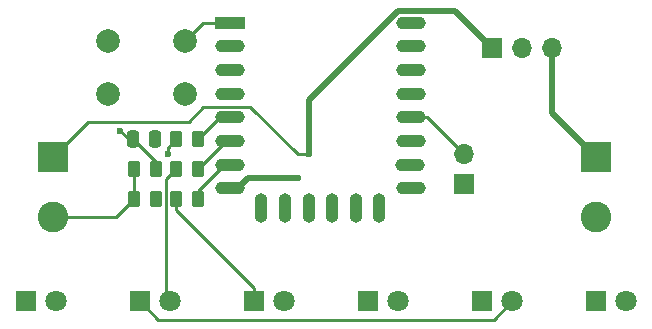
<source format=gbr>
%TF.GenerationSoftware,KiCad,Pcbnew,8.0.1*%
%TF.CreationDate,2024-06-21T13:32:41-03:00*%
%TF.ProjectId,bycicle-speedometer-v2,62796369-636c-4652-9d73-706565646f6d,rev?*%
%TF.SameCoordinates,Original*%
%TF.FileFunction,Copper,L1,Top*%
%TF.FilePolarity,Positive*%
%FSLAX46Y46*%
G04 Gerber Fmt 4.6, Leading zero omitted, Abs format (unit mm)*
G04 Created by KiCad (PCBNEW 8.0.1) date 2024-06-21 13:32:41*
%MOMM*%
%LPD*%
G01*
G04 APERTURE LIST*
G04 Aperture macros list*
%AMRoundRect*
0 Rectangle with rounded corners*
0 $1 Rounding radius*
0 $2 $3 $4 $5 $6 $7 $8 $9 X,Y pos of 4 corners*
0 Add a 4 corners polygon primitive as box body*
4,1,4,$2,$3,$4,$5,$6,$7,$8,$9,$2,$3,0*
0 Add four circle primitives for the rounded corners*
1,1,$1+$1,$2,$3*
1,1,$1+$1,$4,$5*
1,1,$1+$1,$6,$7*
1,1,$1+$1,$8,$9*
0 Add four rect primitives between the rounded corners*
20,1,$1+$1,$2,$3,$4,$5,0*
20,1,$1+$1,$4,$5,$6,$7,0*
20,1,$1+$1,$6,$7,$8,$9,0*
20,1,$1+$1,$8,$9,$2,$3,0*%
G04 Aperture macros list end*
%TA.AperFunction,ComponentPad*%
%ADD10R,1.800000X1.800000*%
%TD*%
%TA.AperFunction,ComponentPad*%
%ADD11C,1.800000*%
%TD*%
%TA.AperFunction,SMDPad,CuDef*%
%ADD12RoundRect,0.250000X0.262500X0.450000X-0.262500X0.450000X-0.262500X-0.450000X0.262500X-0.450000X0*%
%TD*%
%TA.AperFunction,ComponentPad*%
%ADD13C,2.000000*%
%TD*%
%TA.AperFunction,ComponentPad*%
%ADD14R,2.600000X2.600000*%
%TD*%
%TA.AperFunction,ComponentPad*%
%ADD15C,2.600000*%
%TD*%
%TA.AperFunction,ComponentPad*%
%ADD16R,1.700000X1.700000*%
%TD*%
%TA.AperFunction,ComponentPad*%
%ADD17O,1.700000X1.700000*%
%TD*%
%TA.AperFunction,ComponentPad*%
%ADD18R,2.500000X1.100000*%
%TD*%
%TA.AperFunction,ComponentPad*%
%ADD19O,2.500000X1.100000*%
%TD*%
%TA.AperFunction,ComponentPad*%
%ADD20O,1.100000X2.500000*%
%TD*%
%TA.AperFunction,SMDPad,CuDef*%
%ADD21RoundRect,0.250000X-0.262500X-0.450000X0.262500X-0.450000X0.262500X0.450000X-0.262500X0.450000X0*%
%TD*%
%TA.AperFunction,SMDPad,CuDef*%
%ADD22RoundRect,0.250000X-0.250000X-0.475000X0.250000X-0.475000X0.250000X0.475000X-0.250000X0.475000X0*%
%TD*%
%TA.AperFunction,ViaPad*%
%ADD23C,0.600000*%
%TD*%
%TA.AperFunction,Conductor*%
%ADD24C,0.254000*%
%TD*%
%TA.AperFunction,Conductor*%
%ADD25C,0.508000*%
%TD*%
G04 APERTURE END LIST*
D10*
%TO.P,D3,1,K*%
%TO.N,Net-(D3-K)*%
X179324000Y-92456000D03*
D11*
%TO.P,D3,2,A*%
%TO.N,Net-(D1-K)*%
X181864000Y-92456000D03*
%TD*%
D12*
%TO.P,R7,1*%
%TO.N,led_a*%
X174545000Y-78740000D03*
%TO.P,R7,2*%
%TO.N,Net-(D1-A)*%
X172720000Y-78740000D03*
%TD*%
D10*
%TO.P,D4,1,K*%
%TO.N,Net-(D1-K)*%
X188976000Y-92456000D03*
D11*
%TO.P,D4,2,A*%
%TO.N,Net-(D3-K)*%
X191516000Y-92456000D03*
%TD*%
D13*
%TO.P,SW1,1,1*%
%TO.N,GND*%
X173430000Y-74894000D03*
X166930000Y-74894000D03*
%TO.P,SW1,2,2*%
%TO.N,Net-(U1-REST)*%
X173430000Y-70394000D03*
X166930000Y-70394000D03*
%TD*%
D14*
%TO.P,J1,1,Pin_1*%
%TO.N,VCC*%
X208280000Y-80264000D03*
D15*
%TO.P,J1,2,Pin_2*%
%TO.N,GND*%
X208280000Y-85344000D03*
%TD*%
D16*
%TO.P,J4,1,Pin_1*%
%TO.N,3V3*%
X199460000Y-71000000D03*
D17*
%TO.P,J4,2,Pin_2*%
%TO.N,GND*%
X202000000Y-71000000D03*
%TO.P,J4,3,Pin_3*%
%TO.N,VCC*%
X204540000Y-71000000D03*
%TD*%
D18*
%TO.P,U1,1,REST*%
%TO.N,Net-(U1-REST)*%
X177238500Y-68872000D03*
D19*
%TO.P,U1,2,ADC*%
%TO.N,unconnected-(U1-ADC-Pad2)*%
X177238500Y-70872000D03*
%TO.P,U1,3,CH_PD*%
%TO.N,Net-(U1-CH_PD)*%
X177238500Y-72872000D03*
%TO.P,U1,4,GPIO16*%
%TO.N,Sensor*%
X177238500Y-74872000D03*
%TO.P,U1,5,GPIO14*%
%TO.N,led_a*%
X177238500Y-76872000D03*
%TO.P,U1,6,GPIO12*%
%TO.N,led_b*%
X177238500Y-78872000D03*
%TO.P,U1,7,GPIO13*%
%TO.N,led_c*%
X177238500Y-80872000D03*
%TO.P,U1,8,VCC*%
%TO.N,3V3*%
X177238500Y-82872000D03*
%TO.P,U1,9,GND*%
%TO.N,GND*%
X192638500Y-82872000D03*
%TO.P,U1,10,GPIO15*%
%TO.N,Net-(U1-GPIO15)*%
X192538500Y-80872000D03*
%TO.P,U1,11,GPIO2*%
%TO.N,unconnected-(U1-GPIO2-Pad11)*%
X192638500Y-78872000D03*
%TO.P,U1,12,GPIO0*%
%TO.N,Prog*%
X192638500Y-76872000D03*
%TO.P,U1,13,GPIO4*%
%TO.N,unconnected-(U1-GPIO4-Pad13)*%
X192638500Y-74872000D03*
%TO.P,U1,14,GPIO5*%
%TO.N,unconnected-(U1-GPIO5-Pad14)*%
X192638500Y-72872000D03*
%TO.P,U1,15,RXD*%
%TO.N,unconnected-(U1-RXD-Pad15)*%
X192638500Y-70872000D03*
%TO.P,U1,16,TXD*%
%TO.N,unconnected-(U1-TXD-Pad16)*%
X192638500Y-68872000D03*
D20*
%TO.P,U1,17,CS0*%
%TO.N,unconnected-(U1-CS0-Pad17)*%
X179928500Y-84572000D03*
%TO.P,U1,18,MISO*%
%TO.N,unconnected-(U1-MISO-Pad18)*%
X181928500Y-84572000D03*
%TO.P,U1,19,GPIO9*%
%TO.N,unconnected-(U1-GPIO9-Pad19)*%
X183928500Y-84572000D03*
%TO.P,U1,20,GPIO10*%
%TO.N,unconnected-(U1-GPIO10-Pad20)*%
X185928500Y-84572000D03*
%TO.P,U1,21,MOSI*%
%TO.N,unconnected-(U1-MOSI-Pad21)*%
X187928500Y-84572000D03*
%TO.P,U1,22,SCLK*%
%TO.N,unconnected-(U1-SCLK-Pad22)*%
X189928500Y-84572000D03*
%TD*%
D10*
%TO.P,D6,1,K*%
%TO.N,Net-(D1-A)*%
X208280000Y-92456000D03*
D11*
%TO.P,D6,2,A*%
%TO.N,Net-(D3-K)*%
X210820000Y-92456000D03*
%TD*%
D12*
%TO.P,R9,1*%
%TO.N,led_c*%
X174545000Y-83820000D03*
%TO.P,R9,2*%
%TO.N,Net-(D3-K)*%
X172720000Y-83820000D03*
%TD*%
%TO.P,R8,1*%
%TO.N,led_b*%
X174545000Y-81280000D03*
%TO.P,R8,2*%
%TO.N,Net-(D1-K)*%
X172720000Y-81280000D03*
%TD*%
D21*
%TO.P,R4,1*%
%TO.N,Net-(J3-Pin_2)*%
X169164000Y-81280000D03*
%TO.P,R4,2*%
%TO.N,Sensor*%
X170989000Y-81280000D03*
%TD*%
D12*
%TO.P,R6,1*%
%TO.N,GND*%
X170989000Y-83820000D03*
%TO.P,R6,2*%
%TO.N,Net-(J3-Pin_2)*%
X169164000Y-83820000D03*
%TD*%
D16*
%TO.P,J2,1,Pin_1*%
%TO.N,GND*%
X197104000Y-82555000D03*
D17*
%TO.P,J2,2,Pin_2*%
%TO.N,Prog*%
X197104000Y-80015000D03*
%TD*%
D10*
%TO.P,D2,1,K*%
%TO.N,Net-(D1-A)*%
X169672000Y-92456000D03*
D11*
%TO.P,D2,2,A*%
%TO.N,Net-(D1-K)*%
X172212000Y-92456000D03*
%TD*%
D10*
%TO.P,D5,1,K*%
%TO.N,Net-(D3-K)*%
X198628000Y-92456000D03*
D11*
%TO.P,D5,2,A*%
%TO.N,Net-(D1-A)*%
X201168000Y-92456000D03*
%TD*%
D14*
%TO.P,J3,1,Pin_1*%
%TO.N,3V3*%
X162255000Y-80259000D03*
D15*
%TO.P,J3,2,Pin_2*%
%TO.N,Net-(J3-Pin_2)*%
X162255000Y-85339000D03*
%TD*%
D22*
%TO.P,C2,1*%
%TO.N,Sensor*%
X169060500Y-78740000D03*
%TO.P,C2,2*%
%TO.N,GND*%
X170960500Y-78740000D03*
%TD*%
D10*
%TO.P,D1,1,K*%
%TO.N,Net-(D1-K)*%
X160020000Y-92456000D03*
D11*
%TO.P,D1,2,A*%
%TO.N,Net-(D1-A)*%
X162560000Y-92456000D03*
%TD*%
D23*
%TO.N,GND*%
X171000000Y-84000000D03*
X171000000Y-79000000D03*
%TO.N,Net-(D1-A)*%
X172000000Y-80000000D03*
%TO.N,Sensor*%
X168000000Y-78000000D03*
%TO.N,3V3*%
X183000000Y-82000000D03*
X184000000Y-80000000D03*
%TD*%
D24*
%TO.N,Prog*%
X197104000Y-80015000D02*
X193961000Y-76872000D01*
X193961000Y-76872000D02*
X191938500Y-76872000D01*
%TO.N,Net-(D1-A)*%
X171216000Y-94000000D02*
X169672000Y-92456000D01*
X201168000Y-92456000D02*
X199624000Y-94000000D01*
X199624000Y-94000000D02*
X171216000Y-94000000D01*
X172000000Y-79460000D02*
X172000000Y-80000000D01*
X172720000Y-78740000D02*
X172000000Y-79460000D01*
%TO.N,Net-(D1-K)*%
X171880500Y-92124500D02*
X172212000Y-92456000D01*
X172720000Y-81280000D02*
X171880500Y-82119500D01*
X171880500Y-82119500D02*
X171880500Y-92124500D01*
%TO.N,Net-(D3-K)*%
X179324000Y-91324000D02*
X179324000Y-92456000D01*
X172720000Y-84720000D02*
X179324000Y-91324000D01*
X172720000Y-83820000D02*
X172720000Y-84720000D01*
%TO.N,led_c*%
X176793000Y-80872000D02*
X177938500Y-80872000D01*
X174545000Y-83120000D02*
X176793000Y-80872000D01*
X174545000Y-83820000D02*
X174545000Y-83120000D01*
%TO.N,led_b*%
X176953000Y-78872000D02*
X177938500Y-78872000D01*
X174545000Y-81280000D02*
X176953000Y-78872000D01*
%TO.N,led_a*%
X176413000Y-76872000D02*
X177938500Y-76872000D01*
X174545000Y-78740000D02*
X176413000Y-76872000D01*
%TO.N,3V3*%
X176000000Y-76000000D02*
X176005000Y-75995000D01*
X178995000Y-75995000D02*
X183000000Y-80000000D01*
X162255000Y-80259000D02*
X165278735Y-77235265D01*
X183000000Y-80000000D02*
X184000000Y-80000000D01*
X173764735Y-77235265D02*
X175000000Y-76000000D01*
X165278735Y-77235265D02*
X173764735Y-77235265D01*
X175000000Y-76000000D02*
X176000000Y-76000000D01*
X176005000Y-75995000D02*
X178995000Y-75995000D01*
%TO.N,Sensor*%
X168740000Y-78740000D02*
X168000000Y-78000000D01*
X169060500Y-78740000D02*
X168740000Y-78740000D01*
X170989000Y-80668500D02*
X169060500Y-78740000D01*
X170989000Y-81280000D02*
X170989000Y-80668500D01*
%TO.N,Net-(J3-Pin_2)*%
X169164000Y-83820000D02*
X169164000Y-81280000D01*
X167645000Y-85339000D02*
X169164000Y-83820000D01*
X162255000Y-85339000D02*
X167645000Y-85339000D01*
%TO.N,Net-(U1-REST)*%
X174952000Y-68872000D02*
X177938500Y-68872000D01*
X173430000Y-70394000D02*
X174952000Y-68872000D01*
D25*
%TO.N,3V3*%
X177938500Y-82872000D02*
X177732500Y-82666000D01*
X178810500Y-82000000D02*
X183000000Y-82000000D01*
X177938500Y-82872000D02*
X178810500Y-82000000D01*
X184000000Y-75390630D02*
X184000000Y-80000000D01*
X191522630Y-67868000D02*
X184000000Y-75390630D01*
X196328000Y-67868000D02*
X191522630Y-67868000D01*
X199460000Y-71000000D02*
X196328000Y-67868000D01*
%TO.N,VCC*%
X204540000Y-76524000D02*
X204540000Y-71000000D01*
X208280000Y-80264000D02*
X204540000Y-76524000D01*
%TD*%
M02*

</source>
